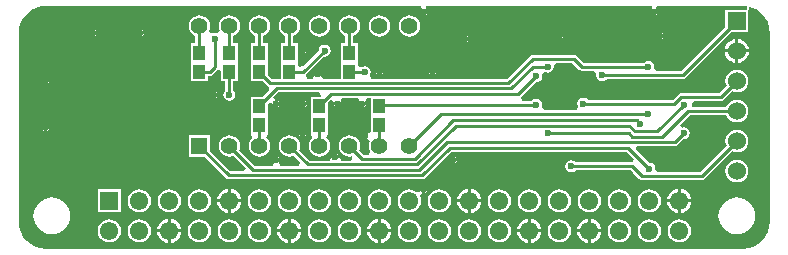
<source format=gbl>
G04 Layer_Physical_Order=2*
G04 Layer_Color=11436288*
%FSLAX25Y25*%
%MOIN*%
G70*
G01*
G75*
%ADD14C,0.01000*%
%ADD16C,0.06000*%
%ADD17R,0.06000X0.06000*%
%ADD18R,0.05512X0.05512*%
%ADD19C,0.05512*%
%ADD20C,0.06102*%
%ADD21R,0.06102X0.06102*%
%ADD22C,0.02362*%
%ADD23R,0.04134X0.04528*%
G36*
X403028Y260874D02*
X402990Y260084D01*
X402984Y259974D01*
X402975Y259792D01*
X402971Y259693D01*
X402957D01*
X402299Y259693D01*
X402299Y259693D01*
X402254Y259693D01*
X395819D01*
Y253974D01*
X380952Y239108D01*
X372851D01*
X372634Y239286D01*
X372019Y240289D01*
X372086Y240628D01*
X371933Y241396D01*
X371498Y242047D01*
X370847Y242482D01*
X370079Y242635D01*
X369311Y242482D01*
X368659Y242047D01*
X368588Y241940D01*
X348499D01*
X346204Y244235D01*
X345778Y244520D01*
X345276Y244620D01*
X331496D01*
X330994Y244520D01*
X330568Y244235D01*
X322897Y236565D01*
X277725D01*
X277560Y236771D01*
X277202Y237746D01*
X277445Y238110D01*
X277598Y238878D01*
X277445Y239646D01*
X277010Y240297D01*
X276359Y240732D01*
X275590Y240885D01*
X274822Y240732D01*
X274468Y240496D01*
X273470Y240870D01*
X273287Y241019D01*
Y241142D01*
X273287Y241929D01*
Y242126D01*
Y242323D01*
X273287Y243110D01*
Y248425D01*
X271746D01*
Y250960D01*
X272220Y251157D01*
X272960Y251725D01*
X273528Y252465D01*
X273885Y253327D01*
X274007Y254252D01*
X273885Y255177D01*
X273528Y256039D01*
X272960Y256779D01*
X272220Y257347D01*
X271358Y257704D01*
X270433Y257826D01*
X269508Y257704D01*
X268646Y257347D01*
X267906Y256779D01*
X267338Y256039D01*
X266981Y255177D01*
X266859Y254252D01*
X266981Y253327D01*
X267338Y252465D01*
X267906Y251725D01*
X268646Y251157D01*
X269120Y250960D01*
Y248425D01*
X267579D01*
Y243110D01*
X267579Y242323D01*
Y242126D01*
Y241929D01*
X267579Y241142D01*
Y236565D01*
X261502D01*
X260974Y237689D01*
X258712D01*
X258184Y236565D01*
X256469D01*
X256311Y236772D01*
X255948Y237950D01*
X262079Y244081D01*
X262205Y244056D01*
X262973Y244209D01*
X263624Y244644D01*
X264059Y245295D01*
X264212Y246063D01*
X264059Y246831D01*
X263624Y247482D01*
X262973Y247917D01*
X262205Y248070D01*
X261437Y247917D01*
X260786Y247482D01*
X260350Y246831D01*
X260198Y246063D01*
X260223Y245937D01*
X255061Y240776D01*
X253794Y240727D01*
X253551Y240810D01*
X253287Y241372D01*
Y241929D01*
Y242126D01*
Y242323D01*
X253287Y243110D01*
Y248425D01*
X251746D01*
Y250960D01*
X252220Y251157D01*
X252960Y251725D01*
X253528Y252465D01*
X253885Y253327D01*
X254007Y254252D01*
X253885Y255177D01*
X253528Y256039D01*
X252960Y256779D01*
X252220Y257347D01*
X251358Y257704D01*
X250433Y257826D01*
X249508Y257704D01*
X248646Y257347D01*
X247906Y256779D01*
X247338Y256039D01*
X246981Y255177D01*
X246859Y254252D01*
X246981Y253327D01*
X247338Y252465D01*
X247906Y251725D01*
X248646Y251157D01*
X249120Y250960D01*
Y248425D01*
X247579D01*
Y243110D01*
X247579Y242323D01*
Y242126D01*
Y241929D01*
X247579Y241142D01*
Y236565D01*
X244603D01*
X243287Y237880D01*
Y241142D01*
X243287Y241929D01*
Y242126D01*
Y242323D01*
X243287Y243110D01*
Y248425D01*
X241746D01*
Y250960D01*
X242220Y251157D01*
X242960Y251725D01*
X243528Y252465D01*
X243885Y253327D01*
X244007Y254252D01*
X243885Y255177D01*
X243528Y256039D01*
X242960Y256779D01*
X242220Y257347D01*
X241358Y257704D01*
X240433Y257826D01*
X239508Y257704D01*
X238646Y257347D01*
X237906Y256779D01*
X237338Y256039D01*
X236981Y255177D01*
X236859Y254252D01*
X236981Y253327D01*
X237338Y252465D01*
X237906Y251725D01*
X238646Y251157D01*
X239120Y250960D01*
Y248425D01*
X237579D01*
Y243110D01*
X237579Y242323D01*
Y242126D01*
Y241929D01*
X237579Y241142D01*
Y235827D01*
X241628D01*
X243131Y234324D01*
X243396Y234147D01*
X243634Y233461D01*
X243722Y232802D01*
X241628Y230709D01*
X237579D01*
Y225394D01*
X237579Y224606D01*
Y224409D01*
Y224213D01*
X237579Y223425D01*
Y218110D01*
X237701D01*
X238102Y216929D01*
X237906Y216779D01*
X237338Y216039D01*
X236981Y215177D01*
X236859Y214252D01*
X236981Y213327D01*
X237338Y212465D01*
X237906Y211725D01*
X238646Y211157D01*
X239508Y210800D01*
X240433Y210678D01*
X241358Y210800D01*
X242220Y211157D01*
X242960Y211725D01*
X243528Y212465D01*
X243885Y213327D01*
X244007Y214252D01*
X243885Y215177D01*
X243528Y216039D01*
X242960Y216779D01*
X242765Y216929D01*
X243165Y218110D01*
X243287D01*
Y223425D01*
X243287Y224213D01*
Y224409D01*
Y224606D01*
X243287Y225394D01*
Y228391D01*
X243731Y228732D01*
X244247Y228556D01*
X244900Y228140D01*
X244950Y227886D01*
X245212Y227495D01*
X245563Y227260D01*
Y228346D01*
Y229759D01*
X245330Y230013D01*
X245105Y230473D01*
X246784Y232152D01*
X260395D01*
X261024Y230971D01*
X260847Y230709D01*
X257579D01*
Y225394D01*
X257579Y224606D01*
Y224409D01*
Y224213D01*
X257579Y223425D01*
Y218110D01*
X257701D01*
X258102Y216929D01*
X257906Y216779D01*
X257338Y216039D01*
X256981Y215177D01*
X256859Y214252D01*
X256981Y213327D01*
X257338Y212465D01*
X257906Y211725D01*
X258646Y211157D01*
X259508Y210800D01*
X260433Y210678D01*
X261358Y210800D01*
X262220Y211157D01*
X262960Y211725D01*
X263528Y212465D01*
X263885Y213327D01*
X264007Y214252D01*
X263885Y215177D01*
X263528Y216039D01*
X262960Y216779D01*
X262765Y216929D01*
X263165Y218110D01*
X263287D01*
Y223425D01*
X263287Y224213D01*
Y224409D01*
Y224606D01*
X263287Y225394D01*
Y228656D01*
X264094Y229462D01*
X264412Y229531D01*
X264473Y229512D01*
X265370Y228847D01*
X267622D01*
X267518Y229002D01*
X267739Y229730D01*
X268038Y230183D01*
X273301D01*
X273600Y229730D01*
X273821Y229002D01*
X273717Y228847D01*
X275890D01*
X275785Y229002D01*
X276006Y229730D01*
X276306Y230183D01*
X277579D01*
Y224606D01*
X277579D01*
Y224213D01*
X277579D01*
Y218796D01*
X276660Y218453D01*
X276398Y218401D01*
X276091Y218606D01*
Y217520D01*
Y216433D01*
X276442Y216668D01*
X277290Y215922D01*
X276981Y215177D01*
X276859Y214252D01*
X276981Y213327D01*
X277338Y212465D01*
X277413Y212368D01*
X276830Y211187D01*
X275355D01*
X273689Y212853D01*
X273885Y213327D01*
X274007Y214252D01*
X273885Y215177D01*
X273528Y216039D01*
X272960Y216779D01*
X272220Y217347D01*
X271358Y217704D01*
X270433Y217826D01*
X269508Y217704D01*
X268646Y217347D01*
X267906Y216779D01*
X267338Y216039D01*
X266981Y215177D01*
X266859Y214252D01*
X266981Y213327D01*
X267338Y212465D01*
X267906Y211725D01*
X268646Y211157D01*
X269508Y210800D01*
X270433Y210678D01*
X271178Y210776D01*
X271413Y210580D01*
X271235Y209832D01*
X270901Y209399D01*
X267767D01*
X267544Y209589D01*
X267215Y210130D01*
X264281D01*
X263952Y209589D01*
X263729Y209399D01*
X257142D01*
X253689Y212853D01*
X253885Y213327D01*
X254007Y214252D01*
X253885Y215177D01*
X253528Y216039D01*
X252960Y216779D01*
X252220Y217347D01*
X251358Y217704D01*
X250433Y217826D01*
X249508Y217704D01*
X248646Y217347D01*
X247906Y216779D01*
X247338Y216039D01*
X246981Y215177D01*
X246859Y214252D01*
X246981Y213327D01*
X247338Y212465D01*
X247906Y211725D01*
X248646Y211157D01*
X249508Y210800D01*
X250433Y210678D01*
X251358Y210800D01*
X251832Y210996D01*
X254126Y208703D01*
X253674Y207612D01*
X247271D01*
X246913Y208793D01*
X246915Y208794D01*
X247149Y209146D01*
X244977D01*
X245212Y208794D01*
X245213Y208793D01*
X244855Y207612D01*
X238930D01*
X233689Y212853D01*
X233885Y213327D01*
X234007Y214252D01*
X233885Y215177D01*
X233528Y216039D01*
X232960Y216779D01*
X232220Y217347D01*
X231358Y217704D01*
X230433Y217826D01*
X229508Y217704D01*
X228646Y217347D01*
X227906Y216779D01*
X227338Y216039D01*
X226981Y215177D01*
X226859Y214252D01*
X226981Y213327D01*
X227338Y212465D01*
X227906Y211725D01*
X228646Y211157D01*
X229508Y210800D01*
X230433Y210678D01*
X231358Y210800D01*
X231832Y210996D01*
X235913Y206916D01*
X235461Y205824D01*
X230717D01*
X223976Y212565D01*
Y217795D01*
X216890D01*
Y210709D01*
X222120D01*
X229245Y203584D01*
X229671Y203299D01*
X230173Y203199D01*
X294669D01*
X295172Y203299D01*
X295597Y203584D01*
X304382Y212368D01*
X362941D01*
X365452Y209857D01*
X364870Y208769D01*
X364748Y208793D01*
X345979D01*
X345907Y208899D01*
X345256Y209335D01*
X344488Y209487D01*
X343720Y209335D01*
X343069Y208899D01*
X342634Y208248D01*
X342481Y207480D01*
X342634Y206712D01*
X343069Y206061D01*
X343720Y205626D01*
X344488Y205473D01*
X345256Y205626D01*
X345907Y206061D01*
X345979Y206168D01*
X364204D01*
X365054Y205318D01*
X367076Y203296D01*
X367502Y203012D01*
X368004Y202912D01*
X387925D01*
X388427Y203012D01*
X388853Y203296D01*
X398020Y212463D01*
X398618Y212216D01*
X399606Y212085D01*
X400595Y212216D01*
X401516Y212597D01*
X402308Y213204D01*
X402915Y213996D01*
X403296Y214917D01*
X403426Y215905D01*
X403296Y216894D01*
X402915Y217815D01*
X402308Y218607D01*
X401516Y219214D01*
X400595Y219595D01*
X399606Y219726D01*
X398618Y219595D01*
X397696Y219214D01*
X396905Y218607D01*
X396298Y217815D01*
X395916Y216894D01*
X395786Y215905D01*
X395916Y214917D01*
X396164Y214319D01*
X387382Y205537D01*
X373380D01*
X372480Y206693D01*
X372327Y207461D01*
X371892Y208112D01*
X371240Y208547D01*
X370472Y208700D01*
X370347Y208675D01*
X365874Y213147D01*
X366326Y214239D01*
X378937D01*
X379439Y214338D01*
X379865Y214623D01*
X381764Y216522D01*
X381890Y216497D01*
X382658Y216650D01*
X383309Y217085D01*
X383744Y217736D01*
X383897Y218504D01*
X383744Y219272D01*
X383309Y219923D01*
X382658Y220358D01*
X381890Y220511D01*
X381296Y220393D01*
X380894Y220799D01*
X380600Y221367D01*
X383826Y224593D01*
X396051D01*
X396298Y223995D01*
X396905Y223204D01*
X397696Y222597D01*
X398618Y222216D01*
X399606Y222085D01*
X400595Y222216D01*
X401516Y222597D01*
X402308Y223204D01*
X402915Y223995D01*
X403296Y224917D01*
X403426Y225905D01*
X403296Y226894D01*
X402915Y227816D01*
X402308Y228607D01*
X401516Y229214D01*
X400595Y229595D01*
X399606Y229726D01*
X398618Y229595D01*
X397696Y229214D01*
X396905Y228607D01*
X396298Y227816D01*
X396051Y227218D01*
X384945D01*
X384571Y227498D01*
X384490Y228106D01*
X385392Y229160D01*
X394173D01*
X394675Y229260D01*
X395101Y229544D01*
X398020Y232463D01*
X398618Y232216D01*
X399606Y232085D01*
X400595Y232216D01*
X401516Y232597D01*
X402308Y233204D01*
X402915Y233996D01*
X403296Y234917D01*
X403426Y235906D01*
X403296Y236894D01*
X402915Y237815D01*
X402308Y238607D01*
X401516Y239214D01*
X400595Y239595D01*
X399606Y239726D01*
X398618Y239595D01*
X397696Y239214D01*
X396905Y238607D01*
X396298Y237815D01*
X395916Y236894D01*
X395786Y235906D01*
X395916Y234917D01*
X396164Y234319D01*
X393630Y231785D01*
X380867D01*
X380365Y231685D01*
X379939Y231401D01*
X378198Y229659D01*
X349916D01*
X349844Y229766D01*
X349193Y230201D01*
X348425Y230353D01*
X347657Y230201D01*
X347006Y229766D01*
X346571Y229115D01*
X346418Y228346D01*
X346571Y227578D01*
X346759Y227297D01*
X346273Y226155D01*
X346236Y226116D01*
X335204D01*
X334540Y227221D01*
X334544Y227297D01*
X334684Y228004D01*
X334531Y228772D01*
X334096Y229423D01*
X333445Y229858D01*
X332677Y230011D01*
X331909Y229858D01*
X331258Y229423D01*
X331187Y229316D01*
X327877D01*
X327518Y230498D01*
X327623Y230568D01*
X332551Y235496D01*
X332677Y235471D01*
X333445Y235624D01*
X334096Y236059D01*
X334531Y236710D01*
X334684Y237478D01*
X334554Y238134D01*
X334580Y238292D01*
X335401Y239071D01*
X335846Y238773D01*
X336614Y238620D01*
X337382Y238773D01*
X338033Y239208D01*
X338469Y239860D01*
X338621Y240628D01*
X338584Y240813D01*
X339381Y241995D01*
X344732D01*
X347027Y239699D01*
X347453Y239415D01*
X347955Y239315D01*
X351923D01*
X352140Y239137D01*
X352755Y238134D01*
X352688Y237795D01*
X352841Y237027D01*
X353276Y236376D01*
X353927Y235941D01*
X354695Y235788D01*
X355463Y235941D01*
X356115Y236376D01*
X356186Y236483D01*
X381496D01*
X381998Y236583D01*
X382424Y236867D01*
X397675Y252118D01*
X403394D01*
Y258685D01*
Y258685D01*
X403394Y258687D01*
Y259235D01*
X403394Y259448D01*
Y259593D01*
X403399Y259608D01*
X403411Y259639D01*
X403425Y259674D01*
X403441Y259716D01*
X403549Y260000D01*
X403817Y260699D01*
X405038Y260328D01*
X406602Y259492D01*
X407973Y258367D01*
X409098Y256996D01*
X409935Y255431D01*
X410450Y253734D01*
X410616Y252044D01*
X410606Y251969D01*
Y188976D01*
X410616Y188901D01*
X410450Y187211D01*
X409935Y185514D01*
X409098Y183949D01*
X407973Y182578D01*
X406602Y181453D01*
X405038Y180616D01*
X403340Y180102D01*
X401650Y179935D01*
X401575Y179945D01*
X169291D01*
X169216Y179935D01*
X167526Y180102D01*
X165829Y180616D01*
X164264Y181453D01*
X162893Y182578D01*
X161768Y183949D01*
X160931Y185514D01*
X160416Y187211D01*
X160250Y188901D01*
X160260Y188976D01*
Y251969D01*
X160250Y252044D01*
X160416Y253734D01*
X160931Y255431D01*
X161768Y256996D01*
X162893Y258367D01*
X164264Y259492D01*
X165829Y260328D01*
X167526Y260843D01*
X169216Y261010D01*
X169291Y261000D01*
X294391D01*
X294397Y260984D01*
X294587Y259819D01*
X294424Y259710D01*
X294189Y259358D01*
X296362D01*
X296127Y259710D01*
X295964Y259819D01*
X296154Y260984D01*
X296161Y261000D01*
X371162D01*
X371169Y260984D01*
X371359Y259819D01*
X371196Y259710D01*
X370961Y259358D01*
X373134D01*
X372899Y259710D01*
X372736Y259819D01*
X372926Y260984D01*
X372932Y261000D01*
X401575D01*
X401650Y261010D01*
X403028Y260874D01*
D02*
G37*
%LPC*%
G36*
X360433Y199817D02*
X359431Y199685D01*
X358497Y199298D01*
X357695Y198683D01*
X357080Y197881D01*
X356693Y196947D01*
X356561Y195945D01*
X356693Y194943D01*
X357080Y194009D01*
X357695Y193207D01*
X358497Y192592D01*
X359431Y192205D01*
X360433Y192073D01*
X361435Y192205D01*
X362369Y192592D01*
X363171Y193207D01*
X363786Y194009D01*
X364173Y194943D01*
X364305Y195945D01*
X364173Y196947D01*
X363786Y197881D01*
X363171Y198683D01*
X362369Y199298D01*
X361435Y199685D01*
X360433Y199817D01*
D02*
G37*
G36*
X370433D02*
X369431Y199685D01*
X368497Y199298D01*
X367695Y198683D01*
X367080Y197881D01*
X366693Y196947D01*
X366561Y195945D01*
X366693Y194943D01*
X367080Y194009D01*
X367695Y193207D01*
X368497Y192592D01*
X369431Y192205D01*
X370433Y192073D01*
X371435Y192205D01*
X372369Y192592D01*
X373171Y193207D01*
X373786Y194009D01*
X374173Y194943D01*
X374305Y195945D01*
X374173Y196947D01*
X373786Y197881D01*
X373171Y198683D01*
X372369Y199298D01*
X371435Y199685D01*
X370433Y199817D01*
D02*
G37*
G36*
X350433D02*
X349431Y199685D01*
X348497Y199298D01*
X347695Y198683D01*
X347080Y197881D01*
X346693Y196947D01*
X346561Y195945D01*
X346693Y194943D01*
X347080Y194009D01*
X347695Y193207D01*
X348497Y192592D01*
X349431Y192205D01*
X350433Y192073D01*
X351435Y192205D01*
X352369Y192592D01*
X353171Y193207D01*
X353786Y194009D01*
X354173Y194943D01*
X354305Y195945D01*
X354173Y196947D01*
X353786Y197881D01*
X353171Y198683D01*
X352369Y199298D01*
X351435Y199685D01*
X350433Y199817D01*
D02*
G37*
G36*
X330433D02*
X329431Y199685D01*
X328497Y199298D01*
X327695Y198683D01*
X327080Y197881D01*
X326693Y196947D01*
X326561Y195945D01*
X326693Y194943D01*
X327080Y194009D01*
X327695Y193207D01*
X328497Y192592D01*
X329431Y192205D01*
X330433Y192073D01*
X331435Y192205D01*
X332369Y192592D01*
X333171Y193207D01*
X333786Y194009D01*
X334173Y194943D01*
X334305Y195945D01*
X334173Y196947D01*
X333786Y197881D01*
X333171Y198683D01*
X332369Y199298D01*
X331435Y199685D01*
X330433Y199817D01*
D02*
G37*
G36*
X340433D02*
X339431Y199685D01*
X338497Y199298D01*
X337695Y198683D01*
X337080Y197881D01*
X336693Y196947D01*
X336561Y195945D01*
X336693Y194943D01*
X337080Y194009D01*
X337695Y193207D01*
X338497Y192592D01*
X339431Y192205D01*
X340433Y192073D01*
X341435Y192205D01*
X342369Y192592D01*
X343171Y193207D01*
X343786Y194009D01*
X344173Y194943D01*
X344305Y195945D01*
X344173Y196947D01*
X343786Y197881D01*
X343171Y198683D01*
X342369Y199298D01*
X341435Y199685D01*
X340433Y199817D01*
D02*
G37*
G36*
X309933Y199965D02*
X309376Y199892D01*
X308390Y199484D01*
X307544Y198834D01*
X306894Y197988D01*
X306486Y197002D01*
X306413Y196445D01*
X309933D01*
Y199965D01*
D02*
G37*
G36*
X310933D02*
Y196445D01*
X314453D01*
X314380Y197002D01*
X313972Y197988D01*
X313322Y198834D01*
X312476Y199484D01*
X311491Y199892D01*
X310933Y199965D01*
D02*
G37*
G36*
X230933D02*
Y196445D01*
X234453D01*
X234380Y197002D01*
X233972Y197988D01*
X233322Y198834D01*
X232476Y199484D01*
X231491Y199892D01*
X230933Y199965D01*
D02*
G37*
G36*
X194272Y199784D02*
X186594D01*
Y192106D01*
X194272D01*
Y199784D01*
D02*
G37*
G36*
X229933Y199965D02*
X229376Y199892D01*
X228390Y199484D01*
X227544Y198834D01*
X226894Y197988D01*
X226486Y197002D01*
X226413Y196445D01*
X229933D01*
Y199965D01*
D02*
G37*
G36*
X320433Y199817D02*
X319431Y199685D01*
X318497Y199298D01*
X317695Y198683D01*
X317080Y197881D01*
X316693Y196947D01*
X316561Y195945D01*
X316693Y194943D01*
X317080Y194009D01*
X317695Y193207D01*
X318497Y192592D01*
X319431Y192205D01*
X320433Y192073D01*
X321435Y192205D01*
X322369Y192592D01*
X323171Y193207D01*
X323786Y194009D01*
X324173Y194943D01*
X324305Y195945D01*
X324173Y196947D01*
X323786Y197881D01*
X323171Y198683D01*
X322369Y199298D01*
X321435Y199685D01*
X320433Y199817D01*
D02*
G37*
G36*
X220433D02*
X219431Y199685D01*
X218497Y199298D01*
X217695Y198683D01*
X217080Y197881D01*
X216693Y196947D01*
X216561Y195945D01*
X216693Y194943D01*
X217080Y194009D01*
X217695Y193207D01*
X218497Y192592D01*
X219431Y192205D01*
X220433Y192073D01*
X221435Y192205D01*
X222369Y192592D01*
X223171Y193207D01*
X223786Y194009D01*
X224173Y194943D01*
X224305Y195945D01*
X224173Y196947D01*
X223786Y197881D01*
X223171Y198683D01*
X222369Y199298D01*
X221435Y199685D01*
X220433Y199817D01*
D02*
G37*
G36*
X240433D02*
X239431Y199685D01*
X238497Y199298D01*
X237695Y198683D01*
X237080Y197881D01*
X236693Y196947D01*
X236561Y195945D01*
X236693Y194943D01*
X237080Y194009D01*
X237695Y193207D01*
X238497Y192592D01*
X239431Y192205D01*
X240433Y192073D01*
X241435Y192205D01*
X242369Y192592D01*
X243171Y193207D01*
X243786Y194009D01*
X244173Y194943D01*
X244305Y195945D01*
X244173Y196947D01*
X243786Y197881D01*
X243171Y198683D01*
X242369Y199298D01*
X241435Y199685D01*
X240433Y199817D01*
D02*
G37*
G36*
X210433D02*
X209431Y199685D01*
X208497Y199298D01*
X207695Y198683D01*
X207080Y197881D01*
X206693Y196947D01*
X206561Y195945D01*
X206693Y194943D01*
X207080Y194009D01*
X207695Y193207D01*
X208497Y192592D01*
X209431Y192205D01*
X210433Y192073D01*
X211435Y192205D01*
X212369Y192592D01*
X213171Y193207D01*
X213786Y194009D01*
X214173Y194943D01*
X214305Y195945D01*
X214173Y196947D01*
X213786Y197881D01*
X213171Y198683D01*
X212369Y199298D01*
X211435Y199685D01*
X210433Y199817D01*
D02*
G37*
G36*
X384453Y195445D02*
X380933D01*
Y191925D01*
X381491Y191998D01*
X382476Y192406D01*
X383322Y193055D01*
X383972Y193902D01*
X384380Y194887D01*
X384453Y195445D01*
D02*
G37*
G36*
X200433Y199817D02*
X199431Y199685D01*
X198497Y199298D01*
X197695Y198683D01*
X197080Y197881D01*
X196693Y196947D01*
X196561Y195945D01*
X196693Y194943D01*
X197080Y194009D01*
X197695Y193207D01*
X198497Y192592D01*
X199431Y192205D01*
X200433Y192073D01*
X201435Y192205D01*
X202369Y192592D01*
X203171Y193207D01*
X203786Y194009D01*
X204173Y194943D01*
X204305Y195945D01*
X204173Y196947D01*
X203786Y197881D01*
X203171Y198683D01*
X202369Y199298D01*
X201435Y199685D01*
X200433Y199817D01*
D02*
G37*
G36*
X280433D02*
X279431Y199685D01*
X278497Y199298D01*
X277695Y198683D01*
X277080Y197881D01*
X276693Y196947D01*
X276561Y195945D01*
X276693Y194943D01*
X277080Y194009D01*
X277695Y193207D01*
X278497Y192592D01*
X279431Y192205D01*
X280433Y192073D01*
X281435Y192205D01*
X282369Y192592D01*
X283171Y193207D01*
X283786Y194009D01*
X284173Y194943D01*
X284305Y195945D01*
X284173Y196947D01*
X283786Y197881D01*
X283171Y198683D01*
X282369Y199298D01*
X281435Y199685D01*
X280433Y199817D01*
D02*
G37*
G36*
X300433D02*
X299431Y199685D01*
X298497Y199298D01*
X297695Y198683D01*
X297080Y197881D01*
X296693Y196947D01*
X296561Y195945D01*
X296693Y194943D01*
X297080Y194009D01*
X297695Y193207D01*
X298497Y192592D01*
X299431Y192205D01*
X300433Y192073D01*
X301435Y192205D01*
X302369Y192592D01*
X303171Y193207D01*
X303786Y194009D01*
X304173Y194943D01*
X304305Y195945D01*
X304173Y196947D01*
X303786Y197881D01*
X303171Y198683D01*
X302369Y199298D01*
X301435Y199685D01*
X300433Y199817D01*
D02*
G37*
G36*
X270433D02*
X269431Y199685D01*
X268497Y199298D01*
X267695Y198683D01*
X267080Y197881D01*
X266693Y196947D01*
X266561Y195945D01*
X266693Y194943D01*
X267080Y194009D01*
X267695Y193207D01*
X268497Y192592D01*
X269431Y192205D01*
X270433Y192073D01*
X271435Y192205D01*
X272369Y192592D01*
X273171Y193207D01*
X273786Y194009D01*
X274173Y194943D01*
X274305Y195945D01*
X274173Y196947D01*
X273786Y197881D01*
X273171Y198683D01*
X272369Y199298D01*
X271435Y199685D01*
X270433Y199817D01*
D02*
G37*
G36*
X250433D02*
X249431Y199685D01*
X248497Y199298D01*
X247695Y198683D01*
X247080Y197881D01*
X246693Y196947D01*
X246561Y195945D01*
X246693Y194943D01*
X247080Y194009D01*
X247695Y193207D01*
X248497Y192592D01*
X249431Y192205D01*
X250433Y192073D01*
X251435Y192205D01*
X252369Y192592D01*
X253171Y193207D01*
X253786Y194009D01*
X254173Y194943D01*
X254305Y195945D01*
X254173Y196947D01*
X253786Y197881D01*
X253171Y198683D01*
X252369Y199298D01*
X251435Y199685D01*
X250433Y199817D01*
D02*
G37*
G36*
X260433D02*
X259431Y199685D01*
X258497Y199298D01*
X257695Y198683D01*
X257080Y197881D01*
X256693Y196947D01*
X256561Y195945D01*
X256693Y194943D01*
X257080Y194009D01*
X257695Y193207D01*
X258497Y192592D01*
X259431Y192205D01*
X260433Y192073D01*
X261435Y192205D01*
X262369Y192592D01*
X263171Y193207D01*
X263786Y194009D01*
X264173Y194943D01*
X264305Y195945D01*
X264173Y196947D01*
X263786Y197881D01*
X263171Y198683D01*
X262369Y199298D01*
X261435Y199685D01*
X260433Y199817D01*
D02*
G37*
G36*
X193413Y205811D02*
Y205224D01*
X194000D01*
X193765Y205576D01*
X193413Y205811D01*
D02*
G37*
G36*
X304618Y209146D02*
X304032D01*
X304267Y208794D01*
X304618Y208559D01*
Y209146D01*
D02*
G37*
G36*
X192413Y205811D02*
X192062Y205576D01*
X191827Y205224D01*
X192413D01*
Y205811D01*
D02*
G37*
G36*
X168791D02*
X168440Y205576D01*
X168205Y205224D01*
X168791D01*
Y205811D01*
D02*
G37*
G36*
X169791D02*
Y205224D01*
X170378D01*
X170143Y205576D01*
X169791Y205811D01*
D02*
G37*
G36*
X304618Y210732D02*
X304267Y210497D01*
X304032Y210146D01*
X304618D01*
Y210732D01*
D02*
G37*
G36*
X305618D02*
Y210146D01*
X306205D01*
X305970Y210497D01*
X305618Y210732D01*
D02*
G37*
G36*
X246563D02*
Y210146D01*
X247149D01*
X246915Y210497D01*
X246563Y210732D01*
D02*
G37*
G36*
X306205Y209146D02*
X305618D01*
Y208559D01*
X305970Y208794D01*
X306205Y209146D01*
D02*
G37*
G36*
X245563Y210732D02*
X245212Y210497D01*
X244977Y210146D01*
X245563D01*
Y210732D01*
D02*
G37*
G36*
X194000Y204224D02*
X193413D01*
Y203638D01*
X193765Y203873D01*
X194000Y204224D01*
D02*
G37*
G36*
X296362Y199303D02*
X295776D01*
Y198717D01*
X296127Y198952D01*
X296362Y199303D01*
D02*
G37*
G36*
X294776Y200890D02*
X294424Y200655D01*
X294189Y200303D01*
X294776D01*
Y200890D01*
D02*
G37*
G36*
X290433Y199817D02*
X289431Y199685D01*
X288497Y199298D01*
X287695Y198683D01*
X287080Y197881D01*
X286693Y196947D01*
X286561Y195945D01*
X286693Y194943D01*
X287080Y194009D01*
X287695Y193207D01*
X288497Y192592D01*
X289431Y192205D01*
X290433Y192073D01*
X291435Y192205D01*
X292369Y192592D01*
X293171Y193207D01*
X293786Y194009D01*
X294173Y194943D01*
X294305Y195945D01*
X294173Y196947D01*
X293909Y197585D01*
X293861Y197699D01*
X293859Y197704D01*
X293861Y197699D01*
X293860Y197704D01*
X294211Y198295D01*
X294776Y198563D01*
Y199303D01*
X294005D01*
X293999Y199264D01*
X293641Y199072D01*
X292944Y198897D01*
X292841Y198936D01*
X292904Y198887D01*
X292695Y199048D01*
X292369Y199298D01*
X291435Y199685D01*
X290433Y199817D01*
D02*
G37*
G36*
X379933Y199965D02*
X379376Y199892D01*
X378390Y199484D01*
X377544Y198834D01*
X376894Y197988D01*
X376486Y197002D01*
X376413Y196445D01*
X379933D01*
Y199965D01*
D02*
G37*
G36*
X380933D02*
Y196445D01*
X384453D01*
X384380Y197002D01*
X383972Y197988D01*
X383322Y198834D01*
X382476Y199484D01*
X381491Y199892D01*
X380933Y199965D01*
D02*
G37*
G36*
X170378Y204224D02*
X169791D01*
Y203638D01*
X170143Y203873D01*
X170378Y204224D01*
D02*
G37*
G36*
X192413D02*
X191827D01*
X192062Y203873D01*
X192413Y203638D01*
Y204224D01*
D02*
G37*
G36*
X168791D02*
X168205D01*
X168440Y203873D01*
X168791Y203638D01*
Y204224D01*
D02*
G37*
G36*
X295776Y200890D02*
Y200303D01*
X296362D01*
X296127Y200655D01*
X295776Y200890D01*
D02*
G37*
G36*
X399606Y209726D02*
X398618Y209595D01*
X397696Y209214D01*
X396905Y208607D01*
X396298Y207816D01*
X395916Y206894D01*
X395786Y205906D01*
X395916Y204917D01*
X396298Y203995D01*
X396905Y203204D01*
X397696Y202597D01*
X398618Y202216D01*
X399606Y202085D01*
X400595Y202216D01*
X401516Y202597D01*
X402308Y203204D01*
X402915Y203995D01*
X403296Y204917D01*
X403426Y205906D01*
X403296Y206894D01*
X402915Y207816D01*
X402308Y208607D01*
X401516Y209214D01*
X400595Y209595D01*
X399606Y209726D01*
D02*
G37*
G36*
X240433Y189817D02*
X239431Y189685D01*
X238497Y189298D01*
X237695Y188683D01*
X237080Y187881D01*
X236693Y186947D01*
X236561Y185945D01*
X236693Y184943D01*
X237080Y184009D01*
X237695Y183207D01*
X238497Y182592D01*
X239431Y182205D01*
X240433Y182073D01*
X241435Y182205D01*
X242369Y182592D01*
X243171Y183207D01*
X243786Y184009D01*
X244173Y184943D01*
X244305Y185945D01*
X244173Y186947D01*
X243786Y187881D01*
X243171Y188683D01*
X242369Y189298D01*
X241435Y189685D01*
X240433Y189817D01*
D02*
G37*
G36*
X260433D02*
X259431Y189685D01*
X258497Y189298D01*
X257695Y188683D01*
X257080Y187881D01*
X256693Y186947D01*
X256561Y185945D01*
X256693Y184943D01*
X257080Y184009D01*
X257695Y183207D01*
X258497Y182592D01*
X259431Y182205D01*
X260433Y182073D01*
X261435Y182205D01*
X262369Y182592D01*
X263171Y183207D01*
X263786Y184009D01*
X264173Y184943D01*
X264305Y185945D01*
X264173Y186947D01*
X263786Y187881D01*
X263171Y188683D01*
X262369Y189298D01*
X261435Y189685D01*
X260433Y189817D01*
D02*
G37*
G36*
X230433D02*
X229431Y189685D01*
X228497Y189298D01*
X227695Y188683D01*
X227080Y187881D01*
X226693Y186947D01*
X226561Y185945D01*
X226693Y184943D01*
X227080Y184009D01*
X227695Y183207D01*
X228497Y182592D01*
X229431Y182205D01*
X230433Y182073D01*
X231435Y182205D01*
X232369Y182592D01*
X233171Y183207D01*
X233786Y184009D01*
X234173Y184943D01*
X234305Y185945D01*
X234173Y186947D01*
X233786Y187881D01*
X233171Y188683D01*
X232369Y189298D01*
X231435Y189685D01*
X230433Y189817D01*
D02*
G37*
G36*
X200433D02*
X199431Y189685D01*
X198497Y189298D01*
X197695Y188683D01*
X197080Y187881D01*
X196693Y186947D01*
X196561Y185945D01*
X196693Y184943D01*
X197080Y184009D01*
X197695Y183207D01*
X198497Y182592D01*
X199431Y182205D01*
X200433Y182073D01*
X201435Y182205D01*
X202369Y182592D01*
X203171Y183207D01*
X203786Y184009D01*
X204173Y184943D01*
X204305Y185945D01*
X204173Y186947D01*
X203786Y187881D01*
X203171Y188683D01*
X202369Y189298D01*
X201435Y189685D01*
X200433Y189817D01*
D02*
G37*
G36*
X220433D02*
X219431Y189685D01*
X218497Y189298D01*
X217695Y188683D01*
X217080Y187881D01*
X216693Y186947D01*
X216561Y185945D01*
X216693Y184943D01*
X217080Y184009D01*
X217695Y183207D01*
X218497Y182592D01*
X219431Y182205D01*
X220433Y182073D01*
X221435Y182205D01*
X222369Y182592D01*
X223171Y183207D01*
X223786Y184009D01*
X224173Y184943D01*
X224305Y185945D01*
X224173Y186947D01*
X223786Y187881D01*
X223171Y188683D01*
X222369Y189298D01*
X221435Y189685D01*
X220433Y189817D01*
D02*
G37*
G36*
X310433D02*
X309431Y189685D01*
X308497Y189298D01*
X307695Y188683D01*
X307080Y187881D01*
X306693Y186947D01*
X306561Y185945D01*
X306693Y184943D01*
X307080Y184009D01*
X307695Y183207D01*
X308497Y182592D01*
X309431Y182205D01*
X310433Y182073D01*
X311435Y182205D01*
X312369Y182592D01*
X313171Y183207D01*
X313786Y184009D01*
X314173Y184943D01*
X314305Y185945D01*
X314173Y186947D01*
X313786Y187881D01*
X313171Y188683D01*
X312369Y189298D01*
X311435Y189685D01*
X310433Y189817D01*
D02*
G37*
G36*
X320433D02*
X319431Y189685D01*
X318497Y189298D01*
X317695Y188683D01*
X317080Y187881D01*
X316693Y186947D01*
X316561Y185945D01*
X316693Y184943D01*
X317080Y184009D01*
X317695Y183207D01*
X318497Y182592D01*
X319431Y182205D01*
X320433Y182073D01*
X321435Y182205D01*
X322369Y182592D01*
X323171Y183207D01*
X323786Y184009D01*
X324173Y184943D01*
X324305Y185945D01*
X324173Y186947D01*
X323786Y187881D01*
X323171Y188683D01*
X322369Y189298D01*
X321435Y189685D01*
X320433Y189817D01*
D02*
G37*
G36*
X300433D02*
X299431Y189685D01*
X298497Y189298D01*
X297695Y188683D01*
X297080Y187881D01*
X296693Y186947D01*
X296561Y185945D01*
X296693Y184943D01*
X297080Y184009D01*
X297695Y183207D01*
X298497Y182592D01*
X299431Y182205D01*
X300433Y182073D01*
X301435Y182205D01*
X302369Y182592D01*
X303171Y183207D01*
X303786Y184009D01*
X304173Y184943D01*
X304305Y185945D01*
X304173Y186947D01*
X303786Y187881D01*
X303171Y188683D01*
X302369Y189298D01*
X301435Y189685D01*
X300433Y189817D01*
D02*
G37*
G36*
X270433D02*
X269431Y189685D01*
X268497Y189298D01*
X267695Y188683D01*
X267080Y187881D01*
X266693Y186947D01*
X266561Y185945D01*
X266693Y184943D01*
X267080Y184009D01*
X267695Y183207D01*
X268497Y182592D01*
X269431Y182205D01*
X270433Y182073D01*
X271435Y182205D01*
X272369Y182592D01*
X273171Y183207D01*
X273786Y184009D01*
X274173Y184943D01*
X274305Y185945D01*
X274173Y186947D01*
X273786Y187881D01*
X273171Y188683D01*
X272369Y189298D01*
X271435Y189685D01*
X270433Y189817D01*
D02*
G37*
G36*
X290433D02*
X289431Y189685D01*
X288497Y189298D01*
X287695Y188683D01*
X287080Y187881D01*
X286693Y186947D01*
X286561Y185945D01*
X286693Y184943D01*
X287080Y184009D01*
X287695Y183207D01*
X288497Y182592D01*
X289431Y182205D01*
X290433Y182073D01*
X291435Y182205D01*
X292369Y182592D01*
X293171Y183207D01*
X293786Y184009D01*
X294173Y184943D01*
X294305Y185945D01*
X294173Y186947D01*
X293786Y187881D01*
X293171Y188683D01*
X292369Y189298D01*
X291435Y189685D01*
X290433Y189817D01*
D02*
G37*
G36*
X190433D02*
X189431Y189685D01*
X188497Y189298D01*
X187695Y188683D01*
X187080Y187881D01*
X186693Y186947D01*
X186561Y185945D01*
X186693Y184943D01*
X187080Y184009D01*
X187695Y183207D01*
X188497Y182592D01*
X189431Y182205D01*
X190433Y182073D01*
X191435Y182205D01*
X192369Y182592D01*
X193171Y183207D01*
X193786Y184009D01*
X194173Y184943D01*
X194305Y185945D01*
X194173Y186947D01*
X193786Y187881D01*
X193171Y188683D01*
X192369Y189298D01*
X191435Y189685D01*
X190433Y189817D01*
D02*
G37*
G36*
X254453Y185445D02*
X250933D01*
Y181925D01*
X251491Y181998D01*
X252476Y182406D01*
X253322Y183055D01*
X253972Y183902D01*
X254380Y184887D01*
X254453Y185445D01*
D02*
G37*
G36*
X279933D02*
X276413D01*
X276486Y184887D01*
X276894Y183902D01*
X277544Y183055D01*
X278390Y182406D01*
X279376Y181998D01*
X279933Y181925D01*
Y185445D01*
D02*
G37*
G36*
X249933D02*
X246413D01*
X246486Y184887D01*
X246894Y183902D01*
X247544Y183055D01*
X248390Y182406D01*
X249376Y181998D01*
X249933Y181925D01*
Y185445D01*
D02*
G37*
G36*
X209933D02*
X206413D01*
X206486Y184887D01*
X206894Y183902D01*
X207544Y183055D01*
X208390Y182406D01*
X209376Y181998D01*
X209933Y181925D01*
Y185445D01*
D02*
G37*
G36*
X214453D02*
X210933D01*
Y181925D01*
X211491Y181998D01*
X212476Y182406D01*
X213322Y183055D01*
X213972Y183902D01*
X214380Y184887D01*
X214453Y185445D01*
D02*
G37*
G36*
X349933D02*
X346413D01*
X346486Y184887D01*
X346894Y183902D01*
X347544Y183055D01*
X348390Y182406D01*
X349376Y181998D01*
X349933Y181925D01*
Y185445D01*
D02*
G37*
G36*
X354453D02*
X350933D01*
Y181925D01*
X351491Y181998D01*
X352476Y182406D01*
X353322Y183055D01*
X353972Y183902D01*
X354380Y184887D01*
X354453Y185445D01*
D02*
G37*
G36*
X334453D02*
X330933D01*
Y181925D01*
X331491Y181998D01*
X332476Y182406D01*
X333322Y183055D01*
X333972Y183902D01*
X334380Y184887D01*
X334453Y185445D01*
D02*
G37*
G36*
X284453D02*
X280933D01*
Y181925D01*
X281491Y181998D01*
X282476Y182406D01*
X283322Y183055D01*
X283972Y183902D01*
X284380Y184887D01*
X284453Y185445D01*
D02*
G37*
G36*
X329933D02*
X326413D01*
X326486Y184887D01*
X326894Y183902D01*
X327544Y183055D01*
X328390Y182406D01*
X329376Y181998D01*
X329933Y181925D01*
Y185445D01*
D02*
G37*
G36*
X349933Y189965D02*
X349376Y189892D01*
X348390Y189484D01*
X347544Y188834D01*
X346894Y187988D01*
X346486Y187002D01*
X346413Y186445D01*
X349933D01*
Y189965D01*
D02*
G37*
G36*
X350933D02*
Y186445D01*
X354453D01*
X354380Y187002D01*
X353972Y187988D01*
X353322Y188834D01*
X352476Y189484D01*
X351491Y189892D01*
X350933Y189965D01*
D02*
G37*
G36*
X330933D02*
Y186445D01*
X334453D01*
X334380Y187002D01*
X333972Y187988D01*
X333322Y188834D01*
X332476Y189484D01*
X331491Y189892D01*
X330933Y189965D01*
D02*
G37*
G36*
X280933D02*
Y186445D01*
X284453D01*
X284380Y187002D01*
X283972Y187988D01*
X283322Y188834D01*
X282476Y189484D01*
X281491Y189892D01*
X280933Y189965D01*
D02*
G37*
G36*
X329933D02*
X329376Y189892D01*
X328390Y189484D01*
X327544Y188834D01*
X326894Y187988D01*
X326486Y187002D01*
X326413Y186445D01*
X329933D01*
Y189965D01*
D02*
G37*
G36*
X314453Y195445D02*
X310933D01*
Y191925D01*
X311491Y191998D01*
X312476Y192406D01*
X313322Y193055D01*
X313972Y193902D01*
X314380Y194887D01*
X314453Y195445D01*
D02*
G37*
G36*
X379933D02*
X376413D01*
X376486Y194887D01*
X376894Y193902D01*
X377544Y193055D01*
X378390Y192406D01*
X379376Y191998D01*
X379933Y191925D01*
Y195445D01*
D02*
G37*
G36*
X309933D02*
X306413D01*
X306486Y194887D01*
X306894Y193902D01*
X307544Y193055D01*
X308390Y192406D01*
X309376Y191998D01*
X309933Y191925D01*
Y195445D01*
D02*
G37*
G36*
X229933D02*
X226413D01*
X226486Y194887D01*
X226894Y193902D01*
X227544Y193055D01*
X228390Y192406D01*
X229376Y191998D01*
X229933Y191925D01*
Y195445D01*
D02*
G37*
G36*
X234453D02*
X230933D01*
Y191925D01*
X231491Y191998D01*
X232476Y192406D01*
X233322Y193055D01*
X233972Y193902D01*
X234380Y194887D01*
X234453Y195445D01*
D02*
G37*
G36*
X279933Y189965D02*
X279376Y189892D01*
X278390Y189484D01*
X277544Y188834D01*
X276894Y187988D01*
X276486Y187002D01*
X276413Y186445D01*
X279933D01*
Y189965D01*
D02*
G37*
G36*
X380433Y189817D02*
X379431Y189685D01*
X378497Y189298D01*
X377695Y188683D01*
X377080Y187881D01*
X376693Y186947D01*
X376561Y185945D01*
X376693Y184943D01*
X377080Y184009D01*
X377695Y183207D01*
X378497Y182592D01*
X379431Y182205D01*
X380433Y182073D01*
X381435Y182205D01*
X382369Y182592D01*
X383171Y183207D01*
X383786Y184009D01*
X384173Y184943D01*
X384305Y185945D01*
X384173Y186947D01*
X383786Y187881D01*
X383171Y188683D01*
X382369Y189298D01*
X381435Y189685D01*
X380433Y189817D01*
D02*
G37*
G36*
X171260Y197077D02*
X170064Y196959D01*
X168913Y196610D01*
X167853Y196043D01*
X166924Y195281D01*
X166161Y194352D01*
X165595Y193291D01*
X165246Y192141D01*
X165128Y190945D01*
X165246Y189749D01*
X165595Y188598D01*
X166161Y187538D01*
X166924Y186609D01*
X167853Y185846D01*
X168913Y185280D01*
X170064Y184931D01*
X171260Y184813D01*
X172456Y184931D01*
X173606Y185280D01*
X174667Y185846D01*
X175596Y186609D01*
X176358Y187538D01*
X176925Y188598D01*
X177274Y189749D01*
X177392Y190945D01*
X177274Y192141D01*
X176925Y193291D01*
X176358Y194352D01*
X175596Y195281D01*
X174667Y196043D01*
X173606Y196610D01*
X172456Y196959D01*
X171260Y197077D01*
D02*
G37*
G36*
X370433Y189817D02*
X369431Y189685D01*
X368497Y189298D01*
X367695Y188683D01*
X367080Y187881D01*
X366693Y186947D01*
X366561Y185945D01*
X366693Y184943D01*
X367080Y184009D01*
X367695Y183207D01*
X368497Y182592D01*
X369431Y182205D01*
X370433Y182073D01*
X371435Y182205D01*
X372369Y182592D01*
X373171Y183207D01*
X373786Y184009D01*
X374173Y184943D01*
X374305Y185945D01*
X374173Y186947D01*
X373786Y187881D01*
X373171Y188683D01*
X372369Y189298D01*
X371435Y189685D01*
X370433Y189817D01*
D02*
G37*
G36*
X340433D02*
X339431Y189685D01*
X338497Y189298D01*
X337695Y188683D01*
X337080Y187881D01*
X336693Y186947D01*
X336561Y185945D01*
X336693Y184943D01*
X337080Y184009D01*
X337695Y183207D01*
X338497Y182592D01*
X339431Y182205D01*
X340433Y182073D01*
X341435Y182205D01*
X342369Y182592D01*
X343171Y183207D01*
X343786Y184009D01*
X344173Y184943D01*
X344305Y185945D01*
X344173Y186947D01*
X343786Y187881D01*
X343171Y188683D01*
X342369Y189298D01*
X341435Y189685D01*
X340433Y189817D01*
D02*
G37*
G36*
X360433D02*
X359431Y189685D01*
X358497Y189298D01*
X357695Y188683D01*
X357080Y187881D01*
X356693Y186947D01*
X356561Y185945D01*
X356693Y184943D01*
X357080Y184009D01*
X357695Y183207D01*
X358497Y182592D01*
X359431Y182205D01*
X360433Y182073D01*
X361435Y182205D01*
X362369Y182592D01*
X363171Y183207D01*
X363786Y184009D01*
X364173Y184943D01*
X364305Y185945D01*
X364173Y186947D01*
X363786Y187881D01*
X363171Y188683D01*
X362369Y189298D01*
X361435Y189685D01*
X360433Y189817D01*
D02*
G37*
G36*
X249933Y189965D02*
X249376Y189892D01*
X248390Y189484D01*
X247544Y188834D01*
X246894Y187988D01*
X246486Y187002D01*
X246413Y186445D01*
X249933D01*
Y189965D01*
D02*
G37*
G36*
X250933D02*
Y186445D01*
X254453D01*
X254380Y187002D01*
X253972Y187988D01*
X253322Y188834D01*
X252476Y189484D01*
X251491Y189892D01*
X250933Y189965D01*
D02*
G37*
G36*
X210933D02*
Y186445D01*
X214453D01*
X214380Y187002D01*
X213972Y187988D01*
X213322Y188834D01*
X212476Y189484D01*
X211491Y189892D01*
X210933Y189965D01*
D02*
G37*
G36*
X399606Y197077D02*
X398410Y196959D01*
X397260Y196610D01*
X396200Y196043D01*
X395270Y195281D01*
X394508Y194352D01*
X393941Y193291D01*
X393592Y192141D01*
X393474Y190945D01*
X393592Y189749D01*
X393941Y188598D01*
X394508Y187538D01*
X395270Y186609D01*
X396200Y185846D01*
X397260Y185280D01*
X398410Y184931D01*
X399606Y184813D01*
X400803Y184931D01*
X401953Y185280D01*
X403013Y185846D01*
X403942Y186609D01*
X404705Y187538D01*
X405271Y188598D01*
X405620Y189749D01*
X405738Y190945D01*
X405620Y192141D01*
X405271Y193291D01*
X404705Y194352D01*
X403942Y195281D01*
X403013Y196043D01*
X401953Y196610D01*
X400803Y196959D01*
X399606Y197077D01*
D02*
G37*
G36*
X209933Y189965D02*
X209376Y189892D01*
X208390Y189484D01*
X207544Y188834D01*
X206894Y187988D01*
X206486Y187002D01*
X206413Y186445D01*
X209933D01*
Y189965D01*
D02*
G37*
G36*
X260433Y257826D02*
X259508Y257704D01*
X258646Y257347D01*
X257906Y256779D01*
X257338Y256039D01*
X256981Y255177D01*
X256859Y254252D01*
X256981Y253327D01*
X257338Y252465D01*
X257906Y251725D01*
X258646Y251157D01*
X259508Y250800D01*
X260433Y250678D01*
X261358Y250800D01*
X262220Y251157D01*
X262960Y251725D01*
X263528Y252465D01*
X263885Y253327D01*
X264007Y254252D01*
X263885Y255177D01*
X263528Y256039D01*
X262960Y256779D01*
X262220Y257347D01*
X261358Y257704D01*
X260433Y257826D01*
D02*
G37*
G36*
X280433D02*
X279508Y257704D01*
X278646Y257347D01*
X277906Y256779D01*
X277338Y256039D01*
X276981Y255177D01*
X276859Y254252D01*
X276981Y253327D01*
X277338Y252465D01*
X277906Y251725D01*
X278646Y251157D01*
X279508Y250800D01*
X280433Y250678D01*
X281358Y250800D01*
X282220Y251157D01*
X282960Y251725D01*
X283528Y252465D01*
X283885Y253327D01*
X284007Y254252D01*
X283885Y255177D01*
X283528Y256039D01*
X282960Y256779D01*
X282220Y257347D01*
X281358Y257704D01*
X280433Y257826D01*
D02*
G37*
G36*
X309555Y251086D02*
Y250500D01*
X310141D01*
X309907Y250851D01*
X309555Y251086D01*
D02*
G37*
G36*
X375102Y250484D02*
X374516D01*
Y249898D01*
X374867Y250133D01*
X375102Y250484D01*
D02*
G37*
G36*
X308555Y251086D02*
X308204Y250851D01*
X307969Y250500D01*
X308555D01*
Y251086D01*
D02*
G37*
G36*
X184539Y251468D02*
X183953D01*
X184188Y251117D01*
X184539Y250882D01*
Y251468D01*
D02*
G37*
G36*
X186126D02*
X185539D01*
Y250882D01*
X185891Y251117D01*
X186126Y251468D01*
D02*
G37*
G36*
X170378D02*
X169791D01*
Y250882D01*
X170143Y251117D01*
X170378Y251468D01*
D02*
G37*
G36*
X290433Y257826D02*
X289508Y257704D01*
X288646Y257347D01*
X287906Y256779D01*
X287338Y256039D01*
X286981Y255177D01*
X286859Y254252D01*
X286981Y253327D01*
X287338Y252465D01*
X287906Y251725D01*
X288646Y251157D01*
X289508Y250800D01*
X290433Y250678D01*
X291358Y250800D01*
X292220Y251157D01*
X292960Y251725D01*
X293528Y252465D01*
X293885Y253327D01*
X294007Y254252D01*
X293885Y255177D01*
X293528Y256039D01*
X292960Y256779D01*
X292220Y257347D01*
X291358Y257704D01*
X290433Y257826D01*
D02*
G37*
G36*
X168791Y251468D02*
X168205D01*
X168440Y251117D01*
X168791Y250882D01*
Y251468D01*
D02*
G37*
G36*
X373516Y250484D02*
X372929D01*
X373164Y250133D01*
X373516Y249898D01*
Y250484D01*
D02*
G37*
G36*
X400106Y249874D02*
Y246406D01*
X403575D01*
X403503Y246950D01*
X403100Y247923D01*
X402459Y248758D01*
X401623Y249399D01*
X400651Y249803D01*
X400106Y249874D01*
D02*
G37*
G36*
X256390Y247149D02*
X256038Y246915D01*
X255803Y246563D01*
X256390D01*
Y247149D01*
D02*
G37*
G36*
X399106Y249874D02*
X398562Y249803D01*
X397589Y249399D01*
X396754Y248758D01*
X396112Y247923D01*
X395709Y246950D01*
X395638Y246406D01*
X399106D01*
Y249874D01*
D02*
G37*
G36*
X256390Y245563D02*
X255803D01*
X256038Y245212D01*
X256390Y244977D01*
Y245563D01*
D02*
G37*
G36*
X257976D02*
X257390D01*
Y244977D01*
X257741Y245212D01*
X257976Y245563D01*
D02*
G37*
G36*
X342020Y250484D02*
X341433D01*
X341668Y250133D01*
X342020Y249898D01*
Y250484D01*
D02*
G37*
G36*
X343606D02*
X343020D01*
Y249898D01*
X343371Y250133D01*
X343606Y250484D01*
D02*
G37*
G36*
X310141Y249500D02*
X309555D01*
Y248914D01*
X309907Y249149D01*
X310141Y249500D01*
D02*
G37*
G36*
X257390Y247149D02*
Y246563D01*
X257976D01*
X257741Y246915D01*
X257390Y247149D01*
D02*
G37*
G36*
X308555Y249500D02*
X307969D01*
X308204Y249149D01*
X308555Y248914D01*
Y249500D01*
D02*
G37*
G36*
X201287Y253055D02*
Y252468D01*
X201874D01*
X201639Y252820D01*
X201287Y253055D01*
D02*
G37*
G36*
X212098D02*
X211747Y252820D01*
X211512Y252468D01*
X212098D01*
Y253055D01*
D02*
G37*
G36*
X200287D02*
X199936Y252820D01*
X199701Y252468D01*
X200287D01*
Y253055D01*
D02*
G37*
G36*
X184539D02*
X184188Y252820D01*
X183953Y252468D01*
X184539D01*
Y253055D01*
D02*
G37*
G36*
X185539D02*
Y252468D01*
X186126D01*
X185891Y252820D01*
X185539Y253055D01*
D02*
G37*
G36*
X371547Y258358D02*
X370961D01*
X371196Y258007D01*
X371547Y257772D01*
Y258358D01*
D02*
G37*
G36*
X373134D02*
X372547D01*
Y257772D01*
X372899Y258007D01*
X373134Y258358D01*
D02*
G37*
G36*
X296362D02*
X295776D01*
Y257772D01*
X296127Y258007D01*
X296362Y258358D01*
D02*
G37*
G36*
X213098Y253055D02*
Y252468D01*
X213685D01*
X213450Y252820D01*
X213098Y253055D01*
D02*
G37*
G36*
X294776Y258358D02*
X294189D01*
X294424Y258007D01*
X294776Y257772D01*
Y258358D01*
D02*
G37*
G36*
X169791Y253055D02*
Y252468D01*
X170378D01*
X170143Y252820D01*
X169791Y253055D01*
D02*
G37*
G36*
X213685Y251468D02*
X213098D01*
Y250882D01*
X213450Y251117D01*
X213685Y251468D01*
D02*
G37*
G36*
X342020Y252071D02*
X341668Y251836D01*
X341433Y251484D01*
X342020D01*
Y252071D01*
D02*
G37*
G36*
X212098Y251468D02*
X211512D01*
X211747Y251117D01*
X212098Y250882D01*
Y251468D01*
D02*
G37*
G36*
X200287D02*
X199701D01*
X199936Y251117D01*
X200287Y250882D01*
Y251468D01*
D02*
G37*
G36*
X201874D02*
X201287D01*
Y250882D01*
X201639Y251117D01*
X201874Y251468D01*
D02*
G37*
G36*
X230433Y257826D02*
X229508Y257704D01*
X228646Y257347D01*
X227906Y256779D01*
X227338Y256039D01*
X226981Y255177D01*
X226859Y254252D01*
X226981Y253327D01*
X227249Y252680D01*
X226782Y252106D01*
X226375Y251843D01*
X226359Y251854D01*
X225590Y252007D01*
X224822Y251854D01*
X224708Y251778D01*
X224628Y251724D01*
X224558Y251682D01*
X223522Y252406D01*
X223528Y252465D01*
X223616Y252677D01*
Y252678D01*
X223885Y253327D01*
X224007Y254252D01*
X223885Y255177D01*
X223528Y256039D01*
X222960Y256779D01*
X222220Y257347D01*
X221358Y257704D01*
X220433Y257826D01*
X219508Y257704D01*
X218646Y257347D01*
X217906Y256779D01*
X217338Y256039D01*
X216981Y255177D01*
X216859Y254252D01*
X216981Y253327D01*
X217338Y252465D01*
X217906Y251725D01*
X218646Y251157D01*
X219120Y250960D01*
Y248425D01*
X217579D01*
Y243110D01*
X217579Y242323D01*
Y242126D01*
Y241929D01*
X217579Y241142D01*
Y235827D01*
X223287D01*
Y237565D01*
X223917D01*
X224420Y237665D01*
X224846Y237950D01*
X226398Y239502D01*
X226900Y239429D01*
X227579Y239084D01*
Y235827D01*
X229120D01*
Y232790D01*
X229014Y232718D01*
X228579Y232067D01*
X228426Y231299D01*
X228579Y230531D01*
X229014Y229880D01*
X229665Y229445D01*
X230433Y229292D01*
X231201Y229445D01*
X231852Y229880D01*
X232287Y230531D01*
X232440Y231299D01*
X232287Y232067D01*
X231852Y232718D01*
X231746Y232790D01*
Y235827D01*
X233287D01*
Y241142D01*
X233287Y241929D01*
Y242126D01*
Y242323D01*
X233287Y243110D01*
Y248425D01*
X231746D01*
Y250960D01*
X232220Y251157D01*
X232960Y251725D01*
X233528Y252465D01*
X233885Y253327D01*
X234007Y254252D01*
X233885Y255177D01*
X233528Y256039D01*
X232960Y256779D01*
X232220Y257347D01*
X231358Y257704D01*
X230433Y257826D01*
D02*
G37*
G36*
X168791Y253055D02*
X168440Y252820D01*
X168205Y252468D01*
X168791D01*
Y253055D01*
D02*
G37*
G36*
X374516Y252071D02*
Y251484D01*
X375102D01*
X374867Y251836D01*
X374516Y252071D01*
D02*
G37*
G36*
X343020D02*
Y251484D01*
X343606D01*
X343371Y251836D01*
X343020Y252071D01*
D02*
G37*
G36*
X373516D02*
X373164Y251836D01*
X372929Y251484D01*
X373516D01*
Y252071D01*
D02*
G37*
G36*
X256205Y227847D02*
X255618D01*
Y227260D01*
X255970Y227495D01*
X256205Y227847D01*
D02*
G37*
G36*
X266035D02*
X265449D01*
X265684Y227495D01*
X266035Y227260D01*
Y227847D01*
D02*
G37*
G36*
X254618D02*
X254032D01*
X254267Y227495D01*
X254618Y227260D01*
Y227847D01*
D02*
G37*
G36*
X169791Y221559D02*
Y220972D01*
X170378D01*
X170143Y221324D01*
X169791Y221559D01*
D02*
G37*
G36*
X247149Y227847D02*
X246563D01*
Y227260D01*
X246915Y227495D01*
X247149Y227847D01*
D02*
G37*
G36*
X246563Y229433D02*
Y228847D01*
X247149D01*
X246915Y229198D01*
X246563Y229433D01*
D02*
G37*
G36*
X254618D02*
X254267Y229198D01*
X254032Y228847D01*
X254618D01*
Y229433D01*
D02*
G37*
G36*
X275890Y227847D02*
X275303D01*
Y227260D01*
X275655Y227495D01*
X275890Y227847D01*
D02*
G37*
G36*
X267622D02*
X267035D01*
Y227260D01*
X267387Y227495D01*
X267622Y227847D01*
D02*
G37*
G36*
X274303D02*
X273717D01*
X273952Y227495D01*
X274303Y227260D01*
Y227847D01*
D02*
G37*
G36*
X168791Y221559D02*
X168440Y221324D01*
X168205Y220972D01*
X168791D01*
Y221559D01*
D02*
G37*
G36*
X254405Y218020D02*
X253819D01*
X254054Y217668D01*
X254405Y217433D01*
Y218020D01*
D02*
G37*
G36*
X255992D02*
X255405D01*
Y217433D01*
X255757Y217668D01*
X255992Y218020D01*
D02*
G37*
G36*
X275091Y217020D02*
X274504D01*
X274739Y216668D01*
X275091Y216433D01*
Y217020D01*
D02*
G37*
G36*
X265248Y211716D02*
X264896Y211481D01*
X264662Y211130D01*
X265248D01*
Y211716D01*
D02*
G37*
G36*
X266248D02*
Y211130D01*
X266834D01*
X266600Y211481D01*
X266248Y211716D01*
D02*
G37*
G36*
X168791Y219972D02*
X168205D01*
X168440Y219621D01*
X168791Y219386D01*
Y219972D01*
D02*
G37*
G36*
X170378D02*
X169791D01*
Y219386D01*
X170143Y219621D01*
X170378Y219972D01*
D02*
G37*
G36*
X255405Y219606D02*
Y219020D01*
X255992D01*
X255757Y219371D01*
X255405Y219606D01*
D02*
G37*
G36*
X275091Y218606D02*
X274739Y218371D01*
X274504Y218020D01*
X275091D01*
Y218606D01*
D02*
G37*
G36*
X254405Y219606D02*
X254054Y219371D01*
X253819Y219020D01*
X254405D01*
Y219606D01*
D02*
G37*
G36*
X260343Y239275D02*
Y238689D01*
X260929D01*
X260694Y239040D01*
X260343Y239275D01*
D02*
G37*
G36*
X280012Y240260D02*
X279660Y240025D01*
X279425Y239673D01*
X280012D01*
Y240260D01*
D02*
G37*
G36*
X259343Y239275D02*
X258991Y239040D01*
X258756Y238689D01*
X259343D01*
Y239275D01*
D02*
G37*
G36*
X297728Y238673D02*
X297142D01*
X297377Y238322D01*
X297728Y238087D01*
Y238673D01*
D02*
G37*
G36*
X299315D02*
X298728D01*
Y238087D01*
X299080Y238322D01*
X299315Y238673D01*
D02*
G37*
G36*
X399106Y245406D02*
X395638D01*
X395709Y244861D01*
X396112Y243888D01*
X396754Y243053D01*
X397589Y242411D01*
X398562Y242008D01*
X399106Y241937D01*
Y245406D01*
D02*
G37*
G36*
X403575D02*
X400106D01*
Y241937D01*
X400651Y242008D01*
X401623Y242411D01*
X402459Y243053D01*
X403100Y243888D01*
X403503Y244861D01*
X403575Y245406D01*
D02*
G37*
G36*
X298728Y240260D02*
Y239673D01*
X299315D01*
X299080Y240025D01*
X298728Y240260D01*
D02*
G37*
G36*
X281012D02*
Y239673D01*
X281598D01*
X281363Y240025D01*
X281012Y240260D01*
D02*
G37*
G36*
X297728D02*
X297377Y240025D01*
X297142Y239673D01*
X297728D01*
Y240260D01*
D02*
G37*
G36*
X281598Y238673D02*
X281012D01*
Y238087D01*
X281363Y238322D01*
X281598Y238673D01*
D02*
G37*
G36*
X224894Y232386D02*
X224542Y232151D01*
X224307Y231799D01*
X224894D01*
Y232386D01*
D02*
G37*
G36*
X225894D02*
Y231799D01*
X226480D01*
X226245Y232151D01*
X225894Y232386D01*
D02*
G37*
G36*
X226480Y230799D02*
X225894D01*
Y230213D01*
X226245Y230448D01*
X226480Y230799D01*
D02*
G37*
G36*
X255618Y229433D02*
Y228847D01*
X256205D01*
X255970Y229198D01*
X255618Y229433D01*
D02*
G37*
G36*
X224894Y230799D02*
X224307D01*
X224542Y230448D01*
X224894Y230213D01*
Y230799D01*
D02*
G37*
G36*
X169791Y237307D02*
Y236720D01*
X170378D01*
X170143Y237072D01*
X169791Y237307D01*
D02*
G37*
G36*
X280012Y238673D02*
X279425D01*
X279660Y238322D01*
X280012Y238087D01*
Y238673D01*
D02*
G37*
G36*
X168791Y237307D02*
X168440Y237072D01*
X168205Y236720D01*
X168791D01*
Y237307D01*
D02*
G37*
G36*
Y235720D02*
X168205D01*
X168440Y235369D01*
X168791Y235134D01*
Y235720D01*
D02*
G37*
G36*
X170378D02*
X169791D01*
Y235134D01*
X170143Y235369D01*
X170378Y235720D01*
D02*
G37*
%LPD*%
D14*
X255020Y238878D02*
X262205Y246063D01*
X250433Y238878D02*
X255020D01*
X364748Y207480D02*
X368004Y204224D01*
X364748Y207480D02*
X365982Y206246D01*
X344488Y207480D02*
X364748D01*
X363484Y213681D02*
X370472Y206693D01*
X303839Y213681D02*
X363484D01*
X294669Y204512D02*
X303839Y213681D01*
X302953Y215551D02*
X378937D01*
X364779Y217339D02*
X374715D01*
X363614Y218504D02*
X364779Y217339D01*
X365520Y219126D02*
X373012D01*
X363598Y221047D02*
X365520Y219126D01*
X293701Y206299D02*
X302953Y215551D01*
X336614Y218504D02*
X363614D01*
X305858Y221047D02*
X363598D01*
X373012Y219126D02*
X381890Y228004D01*
X374715Y217339D02*
X383282Y225905D01*
X378937Y215551D02*
X381890Y218504D01*
X394173Y230472D02*
X399606Y235906D01*
X380867Y230472D02*
X394173D01*
X378741Y228346D02*
X380867Y230472D01*
X348425Y228346D02*
X378741D01*
X383282Y225905D02*
X399606D01*
X366192Y222835D02*
X367323Y221704D01*
X305118Y222835D02*
X366192D01*
X292158Y209874D02*
X305118Y222835D01*
X300984Y224803D02*
X370079D01*
X290433Y214252D02*
X300984Y224803D01*
X387925Y204224D02*
X399606Y215905D01*
X368004Y204224D02*
X387925D01*
X381496Y237795D02*
X399606Y255906D01*
X354695Y237795D02*
X381496D01*
X225590Y240551D02*
Y250000D01*
X223917Y238878D02*
X225590Y240551D01*
X220433Y238878D02*
X223917D01*
X230173Y204512D02*
X294669D01*
X238386Y206299D02*
X293701D01*
X292898Y208087D02*
X305858Y221047D01*
X256598Y208087D02*
X292898D01*
X274811Y209874D02*
X292158D01*
X220433Y214252D02*
X230173Y204512D01*
X270433Y214252D02*
X274811Y209874D01*
X250433Y214252D02*
X256598Y208087D01*
X230433Y214252D02*
X238386Y206299D01*
X345276Y243307D02*
X347955Y240628D01*
X331496Y243307D02*
X345276D01*
X323441Y235252D02*
X331496Y243307D01*
X347955Y240628D02*
X370079D01*
X244059Y235252D02*
X323441D01*
X240433Y238878D02*
X244059Y235252D01*
X324409Y233465D02*
X331572Y240628D01*
X246240Y233465D02*
X324409D01*
X240433Y227658D02*
X246240Y233465D01*
X264272Y231496D02*
X326695D01*
X260433Y227658D02*
X264272Y231496D01*
X326695D02*
X332677Y237478D01*
X331572Y240628D02*
X336614D01*
X270433Y238878D02*
X275590D01*
X230433Y231299D02*
Y238878D01*
X280433Y227658D02*
X280780Y228004D01*
X332677D01*
X240433Y214252D02*
Y221161D01*
X260433Y214252D02*
Y221161D01*
X280433Y214252D02*
Y221161D01*
X270433Y245374D02*
Y254252D01*
X250433Y245374D02*
Y254252D01*
X240433Y245374D02*
Y254252D01*
X230433Y245374D02*
Y254252D01*
X220433Y245374D02*
Y254252D01*
D16*
X399606Y205906D02*
D03*
Y215905D02*
D03*
Y225905D02*
D03*
Y235906D02*
D03*
Y245905D02*
D03*
D17*
Y255906D02*
D03*
D18*
X220433Y214252D02*
D03*
D19*
X230433D02*
D03*
X240433D02*
D03*
X250433D02*
D03*
X260433D02*
D03*
X270433D02*
D03*
X280433D02*
D03*
X290433D02*
D03*
Y254252D02*
D03*
X280433D02*
D03*
X270433D02*
D03*
X260433D02*
D03*
X250433D02*
D03*
X240433D02*
D03*
X230433D02*
D03*
X220433D02*
D03*
D20*
X380433Y185945D02*
D03*
X370433D02*
D03*
X360433D02*
D03*
X350433D02*
D03*
X340433D02*
D03*
X330433D02*
D03*
X320433D02*
D03*
X310433D02*
D03*
X300433D02*
D03*
X290433D02*
D03*
X280433D02*
D03*
X270433D02*
D03*
X260433D02*
D03*
X250433D02*
D03*
X240433D02*
D03*
X230433D02*
D03*
X220433D02*
D03*
X210433D02*
D03*
X200433D02*
D03*
X190433D02*
D03*
X380433Y195945D02*
D03*
X370433D02*
D03*
X360433D02*
D03*
X350433D02*
D03*
X340433D02*
D03*
X330433D02*
D03*
X320433D02*
D03*
X310433D02*
D03*
X300433D02*
D03*
X290433D02*
D03*
X280433D02*
D03*
X270433D02*
D03*
X260433D02*
D03*
X250433D02*
D03*
X240433D02*
D03*
X230433D02*
D03*
X220433D02*
D03*
X210433D02*
D03*
X200433D02*
D03*
D21*
X190433D02*
D03*
D22*
X230433Y231299D02*
D03*
X256890Y246063D02*
D03*
X262205D02*
D03*
X280512Y239173D02*
D03*
X266535Y228346D02*
D03*
X265748Y210630D02*
D03*
X298228Y239173D02*
D03*
X309055Y250000D02*
D03*
X342520Y250984D02*
D03*
X295276Y199803D02*
D03*
X305118Y209646D02*
D03*
X374016Y250984D02*
D03*
X372047Y258858D02*
D03*
X246063Y209646D02*
D03*
X254906Y218520D02*
D03*
X275590Y217520D02*
D03*
X274803Y228346D02*
D03*
X255118D02*
D03*
X246063D02*
D03*
X225394Y231299D02*
D03*
X259842Y238189D02*
D03*
X192913Y204724D02*
D03*
X212598Y251969D02*
D03*
X200787D02*
D03*
X185039D02*
D03*
X169291Y204724D02*
D03*
Y220472D02*
D03*
Y236221D02*
D03*
Y251969D02*
D03*
X295276Y258858D02*
D03*
X348425Y228346D02*
D03*
X336614Y218504D02*
D03*
X344488Y207480D02*
D03*
X354695Y237795D02*
D03*
X225590Y250000D02*
D03*
X370472Y206693D02*
D03*
X381890Y218504D02*
D03*
Y228004D02*
D03*
X367323Y221704D02*
D03*
X370079Y240628D02*
D03*
X336614D02*
D03*
X332677Y237478D02*
D03*
X275590Y238878D02*
D03*
X370079Y224803D02*
D03*
X332677Y228004D02*
D03*
D23*
X250433Y245374D02*
D03*
Y238878D02*
D03*
X240433Y245374D02*
D03*
Y238878D02*
D03*
X220433Y245374D02*
D03*
Y238878D02*
D03*
X270433Y245374D02*
D03*
Y238878D02*
D03*
X280433Y227658D02*
D03*
Y221161D02*
D03*
X260433D02*
D03*
Y227658D02*
D03*
X230433Y238878D02*
D03*
Y245374D02*
D03*
X240433Y221161D02*
D03*
Y227658D02*
D03*
M02*

</source>
